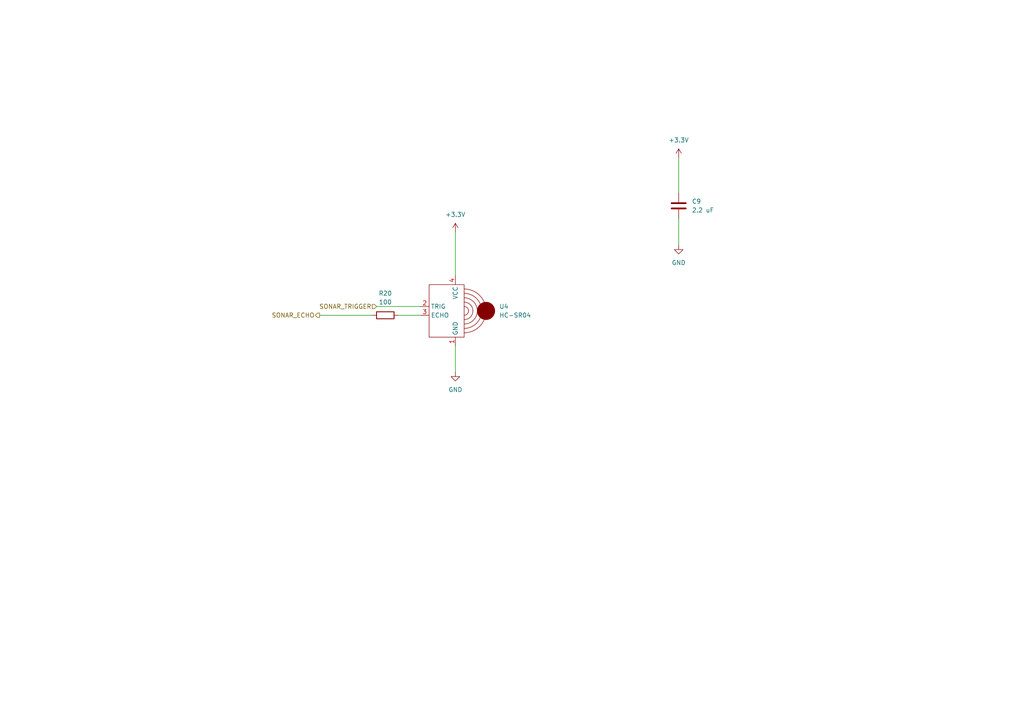
<source format=kicad_sch>
(kicad_sch (version 20230121) (generator eeschema)
  (paper "A4")
  (lib_symbols
    (symbol "Device:C" (pin_numbers hide) (pin_names (offset 0.254))
      (property "Reference" "C" (at 0.635 2.54 0))
      (property "Value" "C" (at 0.635 -2.54 0))
      (symbol "C_0_1"
        (polyline (pts (xy -2.032 -0.762) (xy 2.032 -0.762)) (stroke (width 0.508)))
        (polyline (pts (xy -2.032 0.762) (xy 2.032 0.762)) (stroke (width 0.508)))
      )
      (symbol "C_1_1"
        (pin passive line (at 0 3.81 270) (length 2.794) (name "~") (number "1"))
        (pin passive line (at 0 -3.81 90) (length 2.794) (name "~") (number "2"))
      )
    )
    (symbol "Device:R" (pin_numbers hide) (pin_names (offset 0))
      (property "Reference" "R" (at 2.032 0 90))
      (property "Value" "R" (at 0 0 90))
      (symbol "R_0_1"
        (rectangle (start -1.016 -2.54) (end 1.016 2.54) (stroke (width 0.254)))
      )
      (symbol "R_1_1"
        (pin passive line (at 0 3.81 270) (length 1.27) (name "~") (number "1"))
        (pin passive line (at 0 -3.81 90) (length 1.27) (name "~") (number "2"))
      )
    )
    (symbol "minimouse:HC-SR04"
      (property "Reference" "U" (at 0 0 0))
      (property "Value" "HC-SR04" (at 0 0 0))
      (symbol "HC-SR04_0_1"
        (rectangle (start -7.62 7.62) (end 2.54 -7.62))
        (arc (start 2.54 -6.35) (mid 7.0301 -4.4901) (end 8.89 0))
        (arc (start 2.54 -5.08) (mid 6.1321 -3.5921) (end 7.62 0))
        (arc (start 2.54 -3.81) (mid 5.2341 -2.6941) (end 6.35 0))
        (arc (start 2.54 -2.54) (mid 4.3361 -1.7961) (end 5.08 0))
        (arc (start 2.54 -1.27) (mid 3.438 -0.898) (end 3.81 0))
        (arc (start 3.81 0) (mid 3.438 0.898) (end 2.54 1.27))
        (arc (start 5.08 0) (mid 4.3361 1.7961) (end 2.54 2.54))
        (arc (start 6.35 0) (mid 5.2341 2.6941) (end 2.54 3.81))
        (arc (start 7.62 0) (mid 6.1321 3.5921) (end 2.54 5.08))
        (arc (start 8.89 0) (mid 7.0301 4.4901) (end 2.54 6.35))
      )
      (symbol "HC-SR04_1_1"
        (circle (center 8.89 0) (radius 2.54) (fill (type outline)))
        (pin power_in line (at 0 -10.16 90) (length 2.54) (name "GND") (number "1"))
        (pin input line (at -10.16 1.27 0) (length 2.54) (name "TRIG") (number "2"))
        (pin output line (at -10.16 -1.27 0) (length 2.54) (name "ECHO") (number "3"))
        (pin power_in line (at 0 10.16 270) (length 2.54) (name "VCC") (number "4"))
      )
    )
    (symbol "power:+3.3V" (power) (pin_names (offset 0))
      (property "Value" "+3.3V" (at 0 3.556 0))
      (symbol "+3.3V_0_1"
        (polyline (pts (xy -0.762 1.27) (xy 0 2.54)))
        (polyline (pts (xy 0 0) (xy 0 2.54)))
        (polyline (pts (xy 0 2.54) (xy 0.762 1.27)))
      )
      (symbol "+3.3V_1_1"
        (pin power_in line (at 0 0 90) (length 0) hide (name "+3.3V") (number "1"))
      )
    )
    (symbol "power:GND" (power) (pin_names (offset 0))
      (property "Value" "GND" (at 0 -3.81 0))
      (symbol "GND_0_1"
        (polyline (pts (xy 0 0) (xy 0 -1.27) (xy 1.27 -1.27) (xy 0 -2.54) (xy -1.27 -1.27) (xy 0 -1.27)))
      )
      (symbol "GND_1_1"
        (pin power_in line (at 0 0 270) (length 0) hide (name "GND") (number "1"))
      )
    )
  )
  (wire (pts (xy 109.22 88.9) (xy 121.92 88.9)))
  (wire (pts (xy 132.08 67.31) (xy 132.08 80.01)))
  (wire (pts (xy 196.85 63.5) (xy 196.85 71.12)))
  (wire (pts (xy 115.57 91.44) (xy 121.92 91.44)))
  (wire (pts (xy 196.85 45.72) (xy 196.85 55.88)))
  (wire (pts (xy 92.71 91.44) (xy 107.95 91.44)))
  (wire (pts (xy 132.08 100.33) (xy 132.08 107.95)))
  (hierarchical_label "SONAR_TRIGGER" (shape input) (at 109.22 88.9 180))
  (hierarchical_label "SONAR_ECHO" (shape output) (at 92.71 91.44 180))
  (symbol (lib_id "Device:C") (at 196.85 59.69 0) (unit 1)
    (property "Reference" "C9" (at 200.66 58.42 0) (effects (justify left)))
    (property "Value" "2.2 uF" (at 200.66 60.96 0) (effects (justify left)))
    (property "Footprint" "Capacitor_SMD:C_0603_1608Metric" (effects hide))
  )
  (symbol (lib_id "power:GND") (at 196.85 71.12 0) (unit 1)
    (property "Reference" "#PWR018" (effects hide))
    (property "Value" "GND" (at 196.85 76.2 0))
  )
  (symbol (lib_id "power:GND") (at 132.08 107.95 0) (unit 1)
    (property "Reference" "#PWR011" (effects hide))
    (property "Value" "GND" (at 132.08 113.03 0))
  )
  (symbol (lib_id "power:+3.3V") (at 196.85 45.72 0) (unit 1)
    (property "Reference" "#PWR029" (effects hide))
    (property "Value" "+3.3V" (at 196.85 40.64 0))
  )
  (symbol (lib_id "Device:R") (at 111.76 91.44 90) (unit 1)
    (property "Reference" "R20" (at 111.76 85.09 90))
    (property "Value" "100" (at 111.76 87.63 90))
    (property "Footprint" "Resistor_SMD:R_0603_1608Metric" (effects hide))
  )
  (symbol (lib_id "power:+3.3V") (at 132.08 67.31 0) (unit 1)
    (property "Reference" "#PWR012" (effects hide))
    (property "Value" "+3.3V" (at 132.08 62.23 0))
  )
  (symbol (lib_id "minimouse:HC-SR04") (at 132.08 90.17 0) (unit 1)
    (property "Reference" "U4" (at 144.78 88.9 0) (effects (justify left)))
    (property "Value" "HC-SR04" (at 144.78 91.44 0) (effects (justify left)))
    (property "Footprint" "minimouse:HC-SR04" (effects hide))
  )
)
</source>
